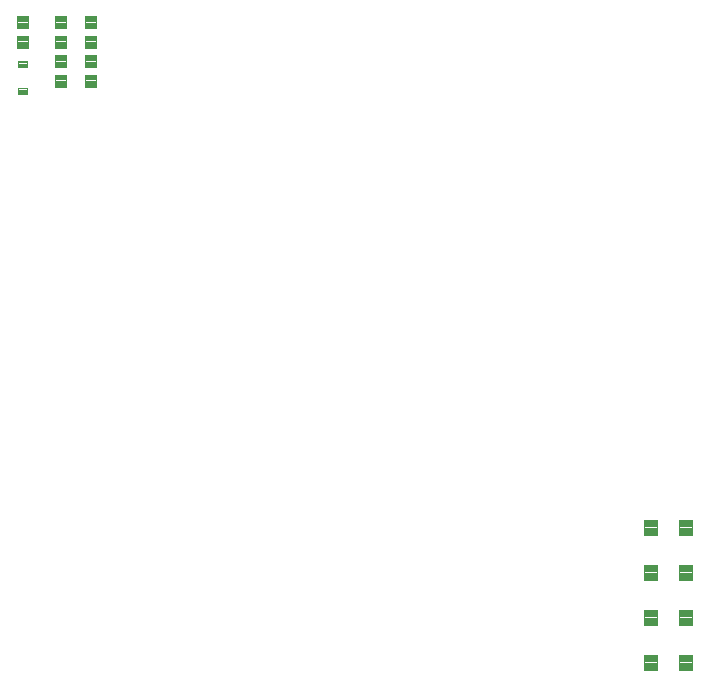
<source format=gtp>
G04 EAGLE Gerber RS-274X export*
G75*
%MOMM*%
%FSLAX34Y34*%
%LPD*%
%INSolderpaste Top*%
%IPPOS*%
%AMOC8*
5,1,8,0,0,1.08239X$1,22.5*%
G01*
%ADD10C,0.096000*%
%ADD11C,0.100000*%
%ADD12C,0.100800*%


D10*
X841420Y82380D02*
X830380Y82380D01*
X830380Y95420D01*
X841420Y95420D01*
X841420Y82380D01*
X841420Y83292D02*
X830380Y83292D01*
X830380Y84204D02*
X841420Y84204D01*
X841420Y85116D02*
X830380Y85116D01*
X830380Y86028D02*
X841420Y86028D01*
X841420Y86940D02*
X830380Y86940D01*
X830380Y87852D02*
X841420Y87852D01*
X841420Y88764D02*
X830380Y88764D01*
X830380Y89676D02*
X841420Y89676D01*
X841420Y90588D02*
X830380Y90588D01*
X830380Y91500D02*
X841420Y91500D01*
X841420Y92412D02*
X830380Y92412D01*
X830380Y93324D02*
X841420Y93324D01*
X841420Y94236D02*
X830380Y94236D01*
X830380Y95148D02*
X841420Y95148D01*
X860380Y82380D02*
X871420Y82380D01*
X860380Y82380D02*
X860380Y95420D01*
X871420Y95420D01*
X871420Y82380D01*
X871420Y83292D02*
X860380Y83292D01*
X860380Y84204D02*
X871420Y84204D01*
X871420Y85116D02*
X860380Y85116D01*
X860380Y86028D02*
X871420Y86028D01*
X871420Y86940D02*
X860380Y86940D01*
X860380Y87852D02*
X871420Y87852D01*
X871420Y88764D02*
X860380Y88764D01*
X860380Y89676D02*
X871420Y89676D01*
X871420Y90588D02*
X860380Y90588D01*
X860380Y91500D02*
X871420Y91500D01*
X871420Y92412D02*
X860380Y92412D01*
X860380Y93324D02*
X871420Y93324D01*
X871420Y94236D02*
X860380Y94236D01*
X860380Y95148D02*
X871420Y95148D01*
X841420Y120480D02*
X830380Y120480D01*
X830380Y133520D01*
X841420Y133520D01*
X841420Y120480D01*
X841420Y121392D02*
X830380Y121392D01*
X830380Y122304D02*
X841420Y122304D01*
X841420Y123216D02*
X830380Y123216D01*
X830380Y124128D02*
X841420Y124128D01*
X841420Y125040D02*
X830380Y125040D01*
X830380Y125952D02*
X841420Y125952D01*
X841420Y126864D02*
X830380Y126864D01*
X830380Y127776D02*
X841420Y127776D01*
X841420Y128688D02*
X830380Y128688D01*
X830380Y129600D02*
X841420Y129600D01*
X841420Y130512D02*
X830380Y130512D01*
X830380Y131424D02*
X841420Y131424D01*
X841420Y132336D02*
X830380Y132336D01*
X830380Y133248D02*
X841420Y133248D01*
X860380Y120480D02*
X871420Y120480D01*
X860380Y120480D02*
X860380Y133520D01*
X871420Y133520D01*
X871420Y120480D01*
X871420Y121392D02*
X860380Y121392D01*
X860380Y122304D02*
X871420Y122304D01*
X871420Y123216D02*
X860380Y123216D01*
X860380Y124128D02*
X871420Y124128D01*
X871420Y125040D02*
X860380Y125040D01*
X860380Y125952D02*
X871420Y125952D01*
X871420Y126864D02*
X860380Y126864D01*
X860380Y127776D02*
X871420Y127776D01*
X871420Y128688D02*
X860380Y128688D01*
X860380Y129600D02*
X871420Y129600D01*
X871420Y130512D02*
X860380Y130512D01*
X860380Y131424D02*
X871420Y131424D01*
X871420Y132336D02*
X860380Y132336D01*
X860380Y133248D02*
X871420Y133248D01*
X841420Y158580D02*
X830380Y158580D01*
X830380Y171620D01*
X841420Y171620D01*
X841420Y158580D01*
X841420Y159492D02*
X830380Y159492D01*
X830380Y160404D02*
X841420Y160404D01*
X841420Y161316D02*
X830380Y161316D01*
X830380Y162228D02*
X841420Y162228D01*
X841420Y163140D02*
X830380Y163140D01*
X830380Y164052D02*
X841420Y164052D01*
X841420Y164964D02*
X830380Y164964D01*
X830380Y165876D02*
X841420Y165876D01*
X841420Y166788D02*
X830380Y166788D01*
X830380Y167700D02*
X841420Y167700D01*
X841420Y168612D02*
X830380Y168612D01*
X830380Y169524D02*
X841420Y169524D01*
X841420Y170436D02*
X830380Y170436D01*
X830380Y171348D02*
X841420Y171348D01*
X860380Y158580D02*
X871420Y158580D01*
X860380Y158580D02*
X860380Y171620D01*
X871420Y171620D01*
X871420Y158580D01*
X871420Y159492D02*
X860380Y159492D01*
X860380Y160404D02*
X871420Y160404D01*
X871420Y161316D02*
X860380Y161316D01*
X860380Y162228D02*
X871420Y162228D01*
X871420Y163140D02*
X860380Y163140D01*
X860380Y164052D02*
X871420Y164052D01*
X871420Y164964D02*
X860380Y164964D01*
X860380Y165876D02*
X871420Y165876D01*
X871420Y166788D02*
X860380Y166788D01*
X860380Y167700D02*
X871420Y167700D01*
X871420Y168612D02*
X860380Y168612D01*
X860380Y169524D02*
X871420Y169524D01*
X871420Y170436D02*
X860380Y170436D01*
X860380Y171348D02*
X871420Y171348D01*
X841420Y196680D02*
X830380Y196680D01*
X830380Y209720D01*
X841420Y209720D01*
X841420Y196680D01*
X841420Y197592D02*
X830380Y197592D01*
X830380Y198504D02*
X841420Y198504D01*
X841420Y199416D02*
X830380Y199416D01*
X830380Y200328D02*
X841420Y200328D01*
X841420Y201240D02*
X830380Y201240D01*
X830380Y202152D02*
X841420Y202152D01*
X841420Y203064D02*
X830380Y203064D01*
X830380Y203976D02*
X841420Y203976D01*
X841420Y204888D02*
X830380Y204888D01*
X830380Y205800D02*
X841420Y205800D01*
X841420Y206712D02*
X830380Y206712D01*
X830380Y207624D02*
X841420Y207624D01*
X841420Y208536D02*
X830380Y208536D01*
X830380Y209448D02*
X841420Y209448D01*
X860380Y196680D02*
X871420Y196680D01*
X860380Y196680D02*
X860380Y209720D01*
X871420Y209720D01*
X871420Y196680D01*
X871420Y197592D02*
X860380Y197592D01*
X860380Y198504D02*
X871420Y198504D01*
X871420Y199416D02*
X860380Y199416D01*
X860380Y200328D02*
X871420Y200328D01*
X871420Y201240D02*
X860380Y201240D01*
X860380Y202152D02*
X871420Y202152D01*
X871420Y203064D02*
X860380Y203064D01*
X860380Y203976D02*
X871420Y203976D01*
X871420Y204888D02*
X860380Y204888D01*
X860380Y205800D02*
X871420Y205800D01*
X871420Y206712D02*
X860380Y206712D01*
X860380Y207624D02*
X871420Y207624D01*
X871420Y208536D02*
X860380Y208536D01*
X860380Y209448D02*
X871420Y209448D01*
D11*
X341050Y608800D02*
X341050Y618800D01*
X341050Y608800D02*
X332050Y608800D01*
X332050Y618800D01*
X341050Y618800D01*
X341050Y609750D02*
X332050Y609750D01*
X332050Y610700D02*
X341050Y610700D01*
X341050Y611650D02*
X332050Y611650D01*
X332050Y612600D02*
X341050Y612600D01*
X341050Y613550D02*
X332050Y613550D01*
X332050Y614500D02*
X341050Y614500D01*
X341050Y615450D02*
X332050Y615450D01*
X332050Y616400D02*
X341050Y616400D01*
X341050Y617350D02*
X332050Y617350D01*
X332050Y618300D02*
X341050Y618300D01*
X341050Y625800D02*
X341050Y635800D01*
X341050Y625800D02*
X332050Y625800D01*
X332050Y635800D01*
X341050Y635800D01*
X341050Y626750D02*
X332050Y626750D01*
X332050Y627700D02*
X341050Y627700D01*
X341050Y628650D02*
X332050Y628650D01*
X332050Y629600D02*
X341050Y629600D01*
X341050Y630550D02*
X332050Y630550D01*
X332050Y631500D02*
X341050Y631500D01*
X341050Y632450D02*
X332050Y632450D01*
X332050Y633400D02*
X341050Y633400D01*
X341050Y634350D02*
X332050Y634350D01*
X332050Y635300D02*
X341050Y635300D01*
X341050Y585780D02*
X341050Y575780D01*
X332050Y575780D01*
X332050Y585780D01*
X341050Y585780D01*
X341050Y576730D02*
X332050Y576730D01*
X332050Y577680D02*
X341050Y577680D01*
X341050Y578630D02*
X332050Y578630D01*
X332050Y579580D02*
X341050Y579580D01*
X341050Y580530D02*
X332050Y580530D01*
X332050Y581480D02*
X341050Y581480D01*
X341050Y582430D02*
X332050Y582430D01*
X332050Y583380D02*
X341050Y583380D01*
X341050Y584330D02*
X332050Y584330D01*
X332050Y585280D02*
X341050Y585280D01*
X341050Y592780D02*
X341050Y602780D01*
X341050Y592780D02*
X332050Y592780D01*
X332050Y602780D01*
X341050Y602780D01*
X341050Y593730D02*
X332050Y593730D01*
X332050Y594680D02*
X341050Y594680D01*
X341050Y595630D02*
X332050Y595630D01*
X332050Y596580D02*
X341050Y596580D01*
X341050Y597530D02*
X332050Y597530D01*
X332050Y598480D02*
X341050Y598480D01*
X341050Y599430D02*
X332050Y599430D01*
X332050Y600380D02*
X341050Y600380D01*
X341050Y601330D02*
X332050Y601330D01*
X332050Y602280D02*
X341050Y602280D01*
X366450Y585780D02*
X366450Y575780D01*
X357450Y575780D01*
X357450Y585780D01*
X366450Y585780D01*
X366450Y576730D02*
X357450Y576730D01*
X357450Y577680D02*
X366450Y577680D01*
X366450Y578630D02*
X357450Y578630D01*
X357450Y579580D02*
X366450Y579580D01*
X366450Y580530D02*
X357450Y580530D01*
X357450Y581480D02*
X366450Y581480D01*
X366450Y582430D02*
X357450Y582430D01*
X357450Y583380D02*
X366450Y583380D01*
X366450Y584330D02*
X357450Y584330D01*
X357450Y585280D02*
X366450Y585280D01*
X366450Y592780D02*
X366450Y602780D01*
X366450Y592780D02*
X357450Y592780D01*
X357450Y602780D01*
X366450Y602780D01*
X366450Y593730D02*
X357450Y593730D01*
X357450Y594680D02*
X366450Y594680D01*
X366450Y595630D02*
X357450Y595630D01*
X357450Y596580D02*
X366450Y596580D01*
X366450Y597530D02*
X357450Y597530D01*
X357450Y598480D02*
X366450Y598480D01*
X366450Y599430D02*
X357450Y599430D01*
X357450Y600380D02*
X366450Y600380D01*
X366450Y601330D02*
X357450Y601330D01*
X357450Y602280D02*
X366450Y602280D01*
X366450Y608800D02*
X366450Y618800D01*
X366450Y608800D02*
X357450Y608800D01*
X357450Y618800D01*
X366450Y618800D01*
X366450Y609750D02*
X357450Y609750D01*
X357450Y610700D02*
X366450Y610700D01*
X366450Y611650D02*
X357450Y611650D01*
X357450Y612600D02*
X366450Y612600D01*
X366450Y613550D02*
X357450Y613550D01*
X357450Y614500D02*
X366450Y614500D01*
X366450Y615450D02*
X357450Y615450D01*
X357450Y616400D02*
X366450Y616400D01*
X366450Y617350D02*
X357450Y617350D01*
X357450Y618300D02*
X366450Y618300D01*
X366450Y625800D02*
X366450Y635800D01*
X366450Y625800D02*
X357450Y625800D01*
X357450Y635800D01*
X366450Y635800D01*
X366450Y626750D02*
X357450Y626750D01*
X357450Y627700D02*
X366450Y627700D01*
X366450Y628650D02*
X357450Y628650D01*
X357450Y629600D02*
X366450Y629600D01*
X366450Y630550D02*
X357450Y630550D01*
X357450Y631500D02*
X366450Y631500D01*
X366450Y632450D02*
X357450Y632450D01*
X357450Y633400D02*
X366450Y633400D01*
X366450Y634350D02*
X357450Y634350D01*
X357450Y635300D02*
X366450Y635300D01*
D12*
X301154Y598346D02*
X301154Y593054D01*
X301154Y598346D02*
X308446Y598346D01*
X308446Y593054D01*
X301154Y593054D01*
X301154Y594012D02*
X308446Y594012D01*
X308446Y594970D02*
X301154Y594970D01*
X301154Y595928D02*
X308446Y595928D01*
X308446Y596886D02*
X301154Y596886D01*
X301154Y597844D02*
X308446Y597844D01*
X301154Y575346D02*
X301154Y570054D01*
X301154Y575346D02*
X308446Y575346D01*
X308446Y570054D01*
X301154Y570054D01*
X301154Y571012D02*
X308446Y571012D01*
X308446Y571970D02*
X301154Y571970D01*
X301154Y572928D02*
X308446Y572928D01*
X308446Y573886D02*
X301154Y573886D01*
X301154Y574844D02*
X308446Y574844D01*
D11*
X309300Y608800D02*
X309300Y618800D01*
X309300Y608800D02*
X300300Y608800D01*
X300300Y618800D01*
X309300Y618800D01*
X309300Y609750D02*
X300300Y609750D01*
X300300Y610700D02*
X309300Y610700D01*
X309300Y611650D02*
X300300Y611650D01*
X300300Y612600D02*
X309300Y612600D01*
X309300Y613550D02*
X300300Y613550D01*
X300300Y614500D02*
X309300Y614500D01*
X309300Y615450D02*
X300300Y615450D01*
X300300Y616400D02*
X309300Y616400D01*
X309300Y617350D02*
X300300Y617350D01*
X300300Y618300D02*
X309300Y618300D01*
X309300Y625800D02*
X309300Y635800D01*
X309300Y625800D02*
X300300Y625800D01*
X300300Y635800D01*
X309300Y635800D01*
X309300Y626750D02*
X300300Y626750D01*
X300300Y627700D02*
X309300Y627700D01*
X309300Y628650D02*
X300300Y628650D01*
X300300Y629600D02*
X309300Y629600D01*
X309300Y630550D02*
X300300Y630550D01*
X300300Y631500D02*
X309300Y631500D01*
X309300Y632450D02*
X300300Y632450D01*
X300300Y633400D02*
X309300Y633400D01*
X309300Y634350D02*
X300300Y634350D01*
X300300Y635300D02*
X309300Y635300D01*
M02*

</source>
